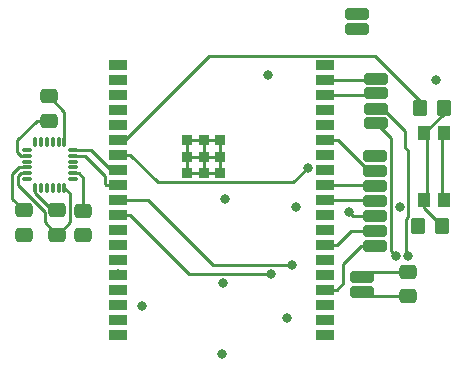
<source format=gbr>
%TF.GenerationSoftware,KiCad,Pcbnew,7.0.5*%
%TF.CreationDate,2024-06-09T19:34:57+01:00*%
%TF.ProjectId,smartwatch,736d6172-7477-4617-9463-682e6b696361,rev?*%
%TF.SameCoordinates,Original*%
%TF.FileFunction,Copper,L1,Top*%
%TF.FilePolarity,Positive*%
%FSLAX46Y46*%
G04 Gerber Fmt 4.6, Leading zero omitted, Abs format (unit mm)*
G04 Created by KiCad (PCBNEW 7.0.5) date 2024-06-09 19:34:57*
%MOMM*%
%LPD*%
G01*
G04 APERTURE LIST*
G04 Aperture macros list*
%AMRoundRect*
0 Rectangle with rounded corners*
0 $1 Rounding radius*
0 $2 $3 $4 $5 $6 $7 $8 $9 X,Y pos of 4 corners*
0 Add a 4 corners polygon primitive as box body*
4,1,4,$2,$3,$4,$5,$6,$7,$8,$9,$2,$3,0*
0 Add four circle primitives for the rounded corners*
1,1,$1+$1,$2,$3*
1,1,$1+$1,$4,$5*
1,1,$1+$1,$6,$7*
1,1,$1+$1,$8,$9*
0 Add four rect primitives between the rounded corners*
20,1,$1+$1,$2,$3,$4,$5,0*
20,1,$1+$1,$4,$5,$6,$7,0*
20,1,$1+$1,$6,$7,$8,$9,0*
20,1,$1+$1,$8,$9,$2,$3,0*%
G04 Aperture macros list end*
%TA.AperFunction,SMDPad,CuDef*%
%ADD10RoundRect,0.250000X0.475000X-0.337500X0.475000X0.337500X-0.475000X0.337500X-0.475000X-0.337500X0*%
%TD*%
%TA.AperFunction,SMDPad,CuDef*%
%ADD11RoundRect,0.250000X0.350000X0.450000X-0.350000X0.450000X-0.350000X-0.450000X0.350000X-0.450000X0*%
%TD*%
%TA.AperFunction,SMDPad,CuDef*%
%ADD12RoundRect,0.250000X0.750000X-0.250000X0.750000X0.250000X-0.750000X0.250000X-0.750000X-0.250000X0*%
%TD*%
%TA.AperFunction,SMDPad,CuDef*%
%ADD13RoundRect,0.075000X-0.075000X0.350000X-0.075000X-0.350000X0.075000X-0.350000X0.075000X0.350000X0*%
%TD*%
%TA.AperFunction,SMDPad,CuDef*%
%ADD14RoundRect,0.075000X-0.350000X-0.075000X0.350000X-0.075000X0.350000X0.075000X-0.350000X0.075000X0*%
%TD*%
%TA.AperFunction,SMDPad,CuDef*%
%ADD15RoundRect,0.250000X-0.475000X0.337500X-0.475000X-0.337500X0.475000X-0.337500X0.475000X0.337500X0*%
%TD*%
%TA.AperFunction,SMDPad,CuDef*%
%ADD16R,1.500000X0.900000*%
%TD*%
%TA.AperFunction,SMDPad,CuDef*%
%ADD17R,0.900000X0.900000*%
%TD*%
%TA.AperFunction,SMDPad,CuDef*%
%ADD18R,1.000000X1.200000*%
%TD*%
%TA.AperFunction,SMDPad,CuDef*%
%ADD19RoundRect,0.250000X-0.750000X0.250000X-0.750000X-0.250000X0.750000X-0.250000X0.750000X0.250000X0*%
%TD*%
%TA.AperFunction,ViaPad*%
%ADD20C,0.800000*%
%TD*%
%TA.AperFunction,Conductor*%
%ADD21C,0.250000*%
%TD*%
G04 APERTURE END LIST*
D10*
%TO.P,C13,1*%
%TO.N,DC_GND*%
X60430000Y-53565000D03*
%TO.P,C13,2*%
%TO.N,3V3*%
X60430000Y-51490000D03*
%TD*%
D11*
%TO.P,R4,1*%
%TO.N,Net-(R4-Pad1)*%
X63440000Y-37670000D03*
%TO.P,R4,2*%
%TO.N,BTN_INP*%
X61440000Y-37670000D03*
%TD*%
D12*
%TO.P,J5,1,Pin_1*%
%TO.N,TOUCH_RST*%
X57740000Y-38940000D03*
%TO.P,J5,2,Pin_2*%
%TO.N,TOUCH_IRQ*%
X57740000Y-37680000D03*
%TO.P,J5,3,Pin_3*%
%TO.N,TOUCH_SCL*%
X57740000Y-36405000D03*
%TO.P,J5,4,Pin_4*%
%TO.N,TOUCH_SDA*%
X57740000Y-35140000D03*
%TD*%
D13*
%TO.P,U3,1,CLKIN*%
%TO.N,DC_GND*%
X31330000Y-40470000D03*
%TO.P,U3,2,NC*%
%TO.N,unconnected-(U3-NC-Pad2)*%
X30830000Y-40470000D03*
%TO.P,U3,3,NC*%
%TO.N,unconnected-(U3-NC-Pad3)*%
X30330000Y-40470000D03*
%TO.P,U3,4,NC*%
%TO.N,unconnected-(U3-NC-Pad4)*%
X29830000Y-40470000D03*
%TO.P,U3,5,NC*%
%TO.N,unconnected-(U3-NC-Pad5)*%
X29330000Y-40470000D03*
%TO.P,U3,6,AUX_DA*%
%TO.N,MPU_XDA*%
X28830000Y-40470000D03*
D14*
%TO.P,U3,7,AUX_CL*%
%TO.N,MPU_XCL*%
X28130000Y-41170000D03*
%TO.P,U3,8,VLOGIC*%
%TO.N,MPU_VLOGIC*%
X28130000Y-41670000D03*
%TO.P,U3,9,AD0*%
%TO.N,MPU_AD0*%
X28130000Y-42170000D03*
%TO.P,U3,10,REGOUT*%
%TO.N,Net-(U3-REGOUT)*%
X28130000Y-42670000D03*
%TO.P,U3,11,FSYNC*%
%TO.N,DC_GND*%
X28130000Y-43170000D03*
%TO.P,U3,12,INT*%
%TO.N,MPU_INT*%
X28130000Y-43670000D03*
D13*
%TO.P,U3,13,VDD*%
%TO.N,3V3*%
X28830000Y-44370000D03*
%TO.P,U3,14,NC*%
%TO.N,unconnected-(U3-NC-Pad14)*%
X29330000Y-44370000D03*
%TO.P,U3,15,NC*%
%TO.N,unconnected-(U3-NC-Pad15)*%
X29830000Y-44370000D03*
%TO.P,U3,16,NC*%
%TO.N,unconnected-(U3-NC-Pad16)*%
X30330000Y-44370000D03*
%TO.P,U3,17,NC*%
%TO.N,unconnected-(U3-NC-Pad17)*%
X30830000Y-44370000D03*
%TO.P,U3,18,GND*%
%TO.N,DC_GND*%
X31330000Y-44370000D03*
D14*
%TO.P,U3,19,RESV*%
%TO.N,unconnected-(U3-RESV-Pad19)*%
X32030000Y-43670000D03*
%TO.P,U3,20,CPOUT*%
%TO.N,Net-(U3-CPOUT)*%
X32030000Y-43170000D03*
%TO.P,U3,21,RESV*%
%TO.N,unconnected-(U3-RESV-Pad21)*%
X32030000Y-42670000D03*
%TO.P,U3,22,RESV*%
%TO.N,unconnected-(U3-RESV-Pad22)*%
X32030000Y-42170000D03*
%TO.P,U3,23,SCL*%
%TO.N,MPU_SCL*%
X32030000Y-41670000D03*
%TO.P,U3,24,SDA*%
%TO.N,MPU_SDA*%
X32030000Y-41170000D03*
%TD*%
D12*
%TO.P,J3,1,Pin_1*%
%TO.N,RX*%
X56110000Y-30940000D03*
%TO.P,J3,2,Pin_2*%
%TO.N,TX*%
X56110000Y-29680000D03*
%TD*%
%TO.P,J6,1,Pin_1*%
%TO.N,DC_GND*%
X56520000Y-53205000D03*
%TO.P,J6,2,Pin_2*%
%TO.N,3V3*%
X56520000Y-51945000D03*
%TD*%
D11*
%TO.P,R5,1*%
%TO.N,Net-(R4-Pad1)*%
X63300000Y-47610000D03*
%TO.P,R5,2*%
%TO.N,3V3*%
X61300000Y-47610000D03*
%TD*%
D15*
%TO.P,C6,1*%
%TO.N,Net-(U3-CPOUT)*%
X32930000Y-46312500D03*
%TO.P,C6,2*%
%TO.N,DC_GND*%
X32930000Y-48387500D03*
%TD*%
%TO.P,C7,2*%
%TO.N,DC_GND*%
X27870000Y-48375000D03*
%TO.P,C7,1*%
%TO.N,Net-(U3-REGOUT)*%
X27870000Y-46300000D03*
%TD*%
D16*
%TO.P,U1,1,GND*%
%TO.N,DC_GND*%
X35870000Y-33970000D03*
%TO.P,U1,2,3V3*%
%TO.N,3V3*%
X35870000Y-35240000D03*
%TO.P,U1,3,EN/CHIP_PU*%
%TO.N,EN*%
X35870000Y-36510000D03*
%TO.P,U1,4,SENSOR_VP/GPIO36/ADC1_CH0*%
%TO.N,unconnected-(U1-SENSOR_VP{slash}GPIO36{slash}ADC1_CH0-Pad4)*%
X35870000Y-37780000D03*
%TO.P,U1,5,SENSOR_VN/GPIO39/ADC1_CH3*%
%TO.N,unconnected-(U1-SENSOR_VN{slash}GPIO39{slash}ADC1_CH3-Pad5)*%
X35870000Y-39050000D03*
%TO.P,U1,6,GPIO34/ADC1_CH6*%
%TO.N,BTN_INP*%
X35870000Y-40320000D03*
%TO.P,U1,7,GPIO35/ADC1_CH7*%
%TO.N,SCR_MISO*%
X35870000Y-41590000D03*
%TO.P,U1,8,32K_XP/GPIO32/ADC1_CH4*%
%TO.N,MPU_SDA*%
X35870000Y-42860000D03*
%TO.P,U1,9,32K_XN/GPIO33/ADC1_CH5*%
%TO.N,MPU_SCL*%
X35870000Y-44130000D03*
%TO.P,U1,10,DAC_1/ADC2_CH8/GPIO25*%
%TO.N,TOUCH_IRQ*%
X35870000Y-45400000D03*
%TO.P,U1,11,DAC_2/ADC2_CH9/GPIO26*%
%TO.N,TOUCH_RST*%
X35870000Y-46670000D03*
%TO.P,U1,12,ADC2_CH7/GPIO27*%
%TO.N,unconnected-(U1-ADC2_CH7{slash}GPIO27-Pad12)*%
X35870000Y-47940000D03*
%TO.P,U1,13,MTMS/GPIO14/ADC2_CH6*%
%TO.N,unconnected-(U1-MTMS{slash}GPIO14{slash}ADC2_CH6-Pad13)*%
X35870000Y-49210000D03*
%TO.P,U1,14,MTDI/GPIO12/ADC2_CH5*%
%TO.N,unconnected-(U1-MTDI{slash}GPIO12{slash}ADC2_CH5-Pad14)*%
X35870000Y-50480000D03*
%TO.P,U1,15,GND*%
%TO.N,DC_GND*%
X35870000Y-51750000D03*
%TO.P,U1,16,MTCK/GPIO13/ADC2_CH4*%
%TO.N,unconnected-(U1-MTCK{slash}GPIO13{slash}ADC2_CH4-Pad16)*%
X35870000Y-53020000D03*
%TO.P,U1,17*%
%TO.N,N/C*%
X35870000Y-54290000D03*
%TO.P,U1,18*%
X35870000Y-55560000D03*
%TO.P,U1,19*%
X35870000Y-56830000D03*
%TO.P,U1,20*%
X53370000Y-56830000D03*
%TO.P,U1,21*%
X53370000Y-55560000D03*
%TO.P,U1,22*%
X53370000Y-54290000D03*
%TO.P,U1,23,MTDO/GPIO15/ADC2_CH3*%
%TO.N,SCR_BL*%
X53370000Y-53020000D03*
%TO.P,U1,24,ADC2_CH2/GPIO2*%
%TO.N,unconnected-(U1-ADC2_CH2{slash}GPIO2-Pad24)*%
X53370000Y-51750000D03*
%TO.P,U1,25,GPIO0/BOOT/ADC2_CH1*%
%TO.N,IO0*%
X53370000Y-50480000D03*
%TO.P,U1,26,ADC2_CH0/GPIO4*%
%TO.N,SCR_RST*%
X53370000Y-49210000D03*
%TO.P,U1,27*%
%TO.N,N/C*%
X53370000Y-47940000D03*
%TO.P,U1,28*%
X53370000Y-46670000D03*
%TO.P,U1,29,GPIO5*%
%TO.N,SCR_CS*%
X53370000Y-45400000D03*
%TO.P,U1,30,GPIO18*%
%TO.N,SCR_SCLK*%
X53370000Y-44130000D03*
%TO.P,U1,31,GPIO19*%
%TO.N,SCR_DC*%
X53370000Y-42860000D03*
%TO.P,U1,32*%
%TO.N,N/C*%
X53370000Y-41590000D03*
%TO.P,U1,33,GPIO21*%
%TO.N,SCR_MOSI*%
X53370000Y-40320000D03*
%TO.P,U1,34,U0RXD/GPIO3*%
%TO.N,RX*%
X53370000Y-39050000D03*
%TO.P,U1,35,U0TXD/GPIO1*%
%TO.N,TX*%
X53370000Y-37780000D03*
%TO.P,U1,36,GPIO22*%
%TO.N,TOUCH_SCL*%
X53370000Y-36510000D03*
%TO.P,U1,37,GPIO23*%
%TO.N,TOUCH_SDA*%
X53370000Y-35240000D03*
%TO.P,U1,38,GND*%
%TO.N,DC_GND*%
X53370000Y-33970000D03*
D17*
%TO.P,U1,39,GND_THERMAL*%
X41715000Y-40365000D03*
X41720000Y-41765000D03*
X41720000Y-43165000D03*
X43120000Y-40365000D03*
X43120000Y-41765000D03*
X43120000Y-43165000D03*
X44520000Y-40365000D03*
X44520000Y-41765000D03*
X44520000Y-43165000D03*
%TD*%
D10*
%TO.P,C8,1*%
%TO.N,MPU_VLOGIC*%
X30000000Y-38695000D03*
%TO.P,C8,2*%
%TO.N,DC_GND*%
X30000000Y-36620000D03*
%TD*%
D18*
%TO.P,SW1,1,1*%
%TO.N,Net-(R4-Pad1)*%
X61800000Y-45390000D03*
X61800000Y-39790000D03*
%TO.P,SW1,2,2*%
%TO.N,DC_GND*%
X63500000Y-45390000D03*
X63500000Y-39790000D03*
%TD*%
D19*
%TO.P,J4,1,Pin_1*%
%TO.N,SCR_MISO*%
X57640000Y-41680000D03*
%TO.P,J4,2,Pin_2*%
%TO.N,SCR_MOSI*%
X57640000Y-42940000D03*
%TO.P,J4,3,Pin_3*%
%TO.N,SCR_SCLK*%
X57640000Y-44215000D03*
%TO.P,J4,4,Pin_4*%
%TO.N,SCR_CS*%
X57640000Y-45480000D03*
%TO.P,J4,5,Pin_5*%
%TO.N,SCR_DC*%
X57640000Y-46760000D03*
%TO.P,J4,6,Pin_6*%
%TO.N,SCR_RST*%
X57640000Y-48025000D03*
%TO.P,J4,7,Pin_7*%
%TO.N,SCR_BL*%
X57640000Y-49295000D03*
%TD*%
D15*
%TO.P,C5,1*%
%TO.N,3V3*%
X30730000Y-46300000D03*
%TO.P,C5,2*%
%TO.N,DC_GND*%
X30730000Y-48375000D03*
%TD*%
D20*
%TO.N,TOUCH_RST*%
X48850000Y-51650000D03*
X59400000Y-50150000D03*
%TO.N,TOUCH_IRQ*%
X50600000Y-50900000D03*
X60450000Y-50200000D03*
%TO.N,SCR_MISO*%
X51929704Y-42724746D03*
X57700000Y-41650000D03*
%TO.N,TX*%
X53370000Y-37780000D03*
X55550000Y-29700000D03*
%TO.N,RX*%
X53272606Y-39030124D03*
X56150000Y-30950000D03*
%TO.N,DC_GND*%
X62750000Y-35300000D03*
%TO.N,SCR_DC*%
X53370000Y-42860000D03*
X55400000Y-46400000D03*
%TO.N,IO0*%
X53370000Y-50480000D03*
%TO.N,EN*%
X35870000Y-36510000D03*
%TO.N,DC_GND*%
X44950000Y-45350000D03*
X37900000Y-54400000D03*
X44782500Y-52460000D03*
X44695000Y-58420000D03*
X50205000Y-55440000D03*
X35870000Y-33970000D03*
X59700000Y-46000000D03*
X50927500Y-45990000D03*
X63500000Y-45390000D03*
X53350000Y-33950000D03*
X35850000Y-51700000D03*
X43120000Y-41765000D03*
X30000000Y-36620000D03*
X32930000Y-48387500D03*
X30750000Y-48350000D03*
X27850000Y-48350000D03*
X60430000Y-53565000D03*
%TO.N,3V3*%
X56520000Y-51945000D03*
X61250000Y-47550000D03*
X48600000Y-34850000D03*
X35776405Y-35303268D03*
X30730000Y-46300000D03*
%TD*%
D21*
%TO.N,TOUCH_RST*%
X36870000Y-46670000D02*
X35870000Y-46670000D01*
X48850000Y-51650000D02*
X41850000Y-51650000D01*
X41850000Y-51650000D02*
X36870000Y-46670000D01*
X58975000Y-49725000D02*
X59400000Y-50150000D01*
X58975000Y-40175000D02*
X58975000Y-49725000D01*
X57740000Y-38940000D02*
X58975000Y-40175000D01*
%TO.N,TOUCH_IRQ*%
X60425000Y-46871828D02*
X60250000Y-47046828D01*
X60250000Y-47046828D02*
X60250000Y-50000000D01*
X60200000Y-41000000D02*
X60425000Y-41225000D01*
X60200000Y-39586827D02*
X60200000Y-41000000D01*
X58293173Y-37680000D02*
X60200000Y-39586827D01*
X60250000Y-50000000D02*
X60450000Y-50200000D01*
X57740000Y-37680000D02*
X58293173Y-37680000D01*
X60425000Y-41225000D02*
X60425000Y-46871828D01*
X50600000Y-50900000D02*
X43945000Y-50900000D01*
X38445000Y-45400000D02*
X35870000Y-45400000D01*
X43945000Y-50900000D02*
X38445000Y-45400000D01*
%TO.N,SCR_MISO*%
X36870000Y-41590000D02*
X35870000Y-41590000D01*
X39220000Y-43940000D02*
X36870000Y-41590000D01*
X50714450Y-43940000D02*
X39220000Y-43940000D01*
X51929704Y-42724746D02*
X50714450Y-43940000D01*
X57670000Y-41680000D02*
X57700000Y-41650000D01*
X57640000Y-41680000D02*
X57670000Y-41680000D01*
%TO.N,BTN_INP*%
X36450000Y-40320000D02*
X35870000Y-40320000D01*
X43575000Y-33195000D02*
X36450000Y-40320000D01*
X61440000Y-37026827D02*
X57608173Y-33195000D01*
X57608173Y-33195000D02*
X43575000Y-33195000D01*
X61440000Y-37670000D02*
X61440000Y-37026827D01*
%TO.N,TX*%
X55570000Y-29680000D02*
X55550000Y-29700000D01*
X56110000Y-29680000D02*
X55570000Y-29680000D01*
%TO.N,RX*%
X56140000Y-30940000D02*
X56150000Y-30950000D01*
X56110000Y-30940000D02*
X56140000Y-30940000D01*
%TO.N,SCR_DC*%
X55760000Y-46760000D02*
X55400000Y-46400000D01*
X57640000Y-46760000D02*
X55760000Y-46760000D01*
%TO.N,Net-(R4-Pad1)*%
X61800000Y-46110000D02*
X63300000Y-47610000D01*
X61800000Y-45390000D02*
X61800000Y-46110000D01*
X62025000Y-45165000D02*
X61800000Y-45390000D01*
X61800000Y-39790000D02*
X62025000Y-40015000D01*
X62025000Y-40015000D02*
X62025000Y-45165000D01*
X63440000Y-38150000D02*
X61800000Y-39790000D01*
X63440000Y-37670000D02*
X63440000Y-38150000D01*
%TO.N,SCR_BL*%
X54370000Y-53020000D02*
X53370000Y-53020000D01*
X56405000Y-49295000D02*
X54900000Y-50800000D01*
X54900000Y-52490000D02*
X54370000Y-53020000D01*
X57640000Y-49295000D02*
X56405000Y-49295000D01*
X54900000Y-50800000D02*
X54900000Y-52490000D01*
%TO.N,SCR_RST*%
X54370000Y-49210000D02*
X53370000Y-49210000D01*
X55555000Y-48025000D02*
X54370000Y-49210000D01*
X57640000Y-48025000D02*
X55555000Y-48025000D01*
%TO.N,SCR_CS*%
X57560000Y-45400000D02*
X53370000Y-45400000D01*
X57640000Y-45480000D02*
X57560000Y-45400000D01*
%TO.N,SCR_SCLK*%
X57555000Y-44130000D02*
X53370000Y-44130000D01*
X57640000Y-44215000D02*
X57555000Y-44130000D01*
%TO.N,SCR_MOSI*%
X54466827Y-40320000D02*
X53370000Y-40320000D01*
X57086827Y-42940000D02*
X54466827Y-40320000D01*
X57640000Y-42940000D02*
X57086827Y-42940000D01*
%TO.N,TOUCH_SCL*%
X57635000Y-36510000D02*
X53370000Y-36510000D01*
X57740000Y-36405000D02*
X57635000Y-36510000D01*
%TO.N,TOUCH_SDA*%
X57640000Y-35240000D02*
X53370000Y-35240000D01*
X57740000Y-35140000D02*
X57640000Y-35240000D01*
%TO.N,Net-(U3-CPOUT)*%
X32930000Y-43579315D02*
X32930000Y-46312500D01*
X32520685Y-43170000D02*
X32930000Y-43579315D01*
X32030000Y-43170000D02*
X32520685Y-43170000D01*
%TO.N,Net-(U3-REGOUT)*%
X26930000Y-45360000D02*
X27870000Y-46300000D01*
X26930000Y-43242919D02*
X26930000Y-45360000D01*
X28130000Y-42670000D02*
X27502919Y-42670000D01*
X27502919Y-42670000D02*
X26930000Y-43242919D01*
%TO.N,MPU_VLOGIC*%
X29005000Y-38695000D02*
X30000000Y-38695000D01*
X27350000Y-41380685D02*
X27350000Y-40350000D01*
X28130000Y-41670000D02*
X27639315Y-41670000D01*
X27639315Y-41670000D02*
X27350000Y-41380685D01*
X27350000Y-40350000D02*
X29005000Y-38695000D01*
%TO.N,MPU_SDA*%
X35290000Y-42860000D02*
X35870000Y-42860000D01*
X33600000Y-41170000D02*
X35290000Y-42860000D01*
X32030000Y-41170000D02*
X33600000Y-41170000D01*
%TO.N,MPU_SCL*%
X34795000Y-44055000D02*
X34870000Y-44130000D01*
X34795000Y-43395000D02*
X34795000Y-44055000D01*
X33070000Y-41670000D02*
X34795000Y-43395000D01*
X34870000Y-44130000D02*
X35870000Y-44130000D01*
X32030000Y-41670000D02*
X33070000Y-41670000D01*
%TO.N,DC_GND*%
X63275000Y-45165000D02*
X63500000Y-45390000D01*
X63500000Y-39790000D02*
X63275000Y-40015000D01*
X63275000Y-40015000D02*
X63275000Y-45165000D01*
X53370000Y-33970000D02*
X53350000Y-33950000D01*
X35870000Y-51720000D02*
X35850000Y-51700000D01*
X35870000Y-51750000D02*
X35870000Y-51720000D01*
X41720000Y-40370000D02*
X41715000Y-40365000D01*
X41720000Y-41765000D02*
X41720000Y-40370000D01*
X43120000Y-41765000D02*
X43120000Y-40365000D01*
X43120000Y-43165000D02*
X43120000Y-41765000D01*
X44520000Y-43165000D02*
X44520000Y-41765000D01*
X43120000Y-43165000D02*
X44520000Y-43165000D01*
X41720000Y-43165000D02*
X43120000Y-43165000D01*
X41720000Y-41765000D02*
X41720000Y-43165000D01*
X43120000Y-41765000D02*
X41720000Y-41765000D01*
X44520000Y-41765000D02*
X43120000Y-41765000D01*
X44520000Y-40365000D02*
X44520000Y-41765000D01*
X43120000Y-40365000D02*
X44520000Y-40365000D01*
X41715000Y-40365000D02*
X43120000Y-40365000D01*
X31330000Y-37950000D02*
X30000000Y-36620000D01*
X31330000Y-40470000D02*
X31330000Y-37950000D01*
X29650000Y-47295000D02*
X30730000Y-48375000D01*
X27380000Y-44184327D02*
X29650000Y-46454327D01*
X29650000Y-46454327D02*
X29650000Y-47295000D01*
X28130000Y-43170000D02*
X27639315Y-43170000D01*
X27639315Y-43170000D02*
X27380000Y-43429315D01*
X27380000Y-43429315D02*
X27380000Y-44184327D01*
X31780000Y-47320000D02*
X30750000Y-48350000D01*
X31330000Y-44370000D02*
X31780000Y-44820000D01*
X31780000Y-44820000D02*
X31780000Y-47320000D01*
X30730000Y-48370000D02*
X30750000Y-48350000D01*
X30730000Y-48375000D02*
X30730000Y-48370000D01*
X27870000Y-48370000D02*
X27850000Y-48350000D01*
X27870000Y-48375000D02*
X27870000Y-48370000D01*
%TO.N,3V3*%
X61300000Y-47600000D02*
X61250000Y-47550000D01*
X61300000Y-47610000D02*
X61300000Y-47600000D01*
%TO.N,DC_GND*%
X60430000Y-53565000D02*
X56880000Y-53565000D01*
X56880000Y-53565000D02*
X56520000Y-53205000D01*
%TO.N,3V3*%
X56975000Y-51490000D02*
X56520000Y-51945000D01*
X60430000Y-51490000D02*
X56975000Y-51490000D01*
X35839673Y-35240000D02*
X35776405Y-35303268D01*
X35870000Y-35240000D02*
X35839673Y-35240000D01*
X28830000Y-44860685D02*
X28830000Y-44370000D01*
X30269315Y-46300000D02*
X28830000Y-44860685D01*
X30730000Y-46300000D02*
X30269315Y-46300000D01*
%TD*%
M02*

</source>
